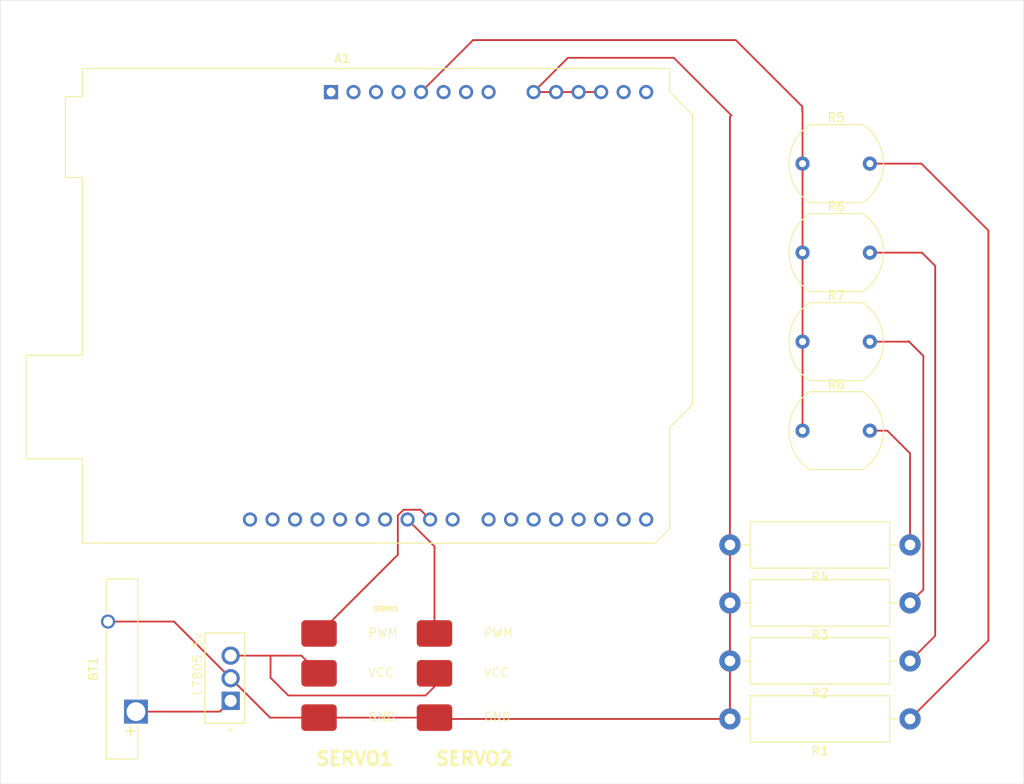
<source format=kicad_pcb>
(kicad_pcb (version 20241229) (generator "pcbnew") (generator_version "9.0")
  (layers (0 "F.Cu" signal) (2 "B.Cu" signal) (13 "F.Paste" user) (15 "B.Paste" user) (5 "F.SilkS" user "F.Silkscreen") (7 "B.SilkS" user "B.Silkscreen") (1 "F.Mask" user) (3 "B.Mask" user) (25 "Edge.Cuts" user))
  (net 0 "")
  (net 1 "GND")
  (net 18 "VCC")
  (net 20 "Net-(A1-D9)")
  (net 28 "Net-(A1-D10)")
  (net 29 "Net-(BT1-+)")
  (net 30 "Net-(M1-+)")
  (net 31 "Net-(R1-Pad1)")
  (net 32 "Net-(R2-Pad1)")
  (net 33 "Net-(R3-Pad1)")
  (net 34 "Net-(R4-Pad1)")
  (footprint "my_library:SERVO" (layer "F.Cu") (at 136 122)
    (property "Reference" "M2" (hide yes))
    (property "Value" "Motor_Servo" (hide yes))
    (fp_text user "PWM" (at 5.5 -6 0) (layer "F.SilkS") (effects (font (thickness 0.1)) (justify left bottom)))
    (fp_text user "GND" (at 5.5 3.5 0) (layer "F.SilkS") (effects (font (thickness 0.1)) (justify left bottom)))
    (fp_text user "VCC" (at 5.5 -1.5 0) (layer "F.SilkS") (effects (font (thickness 0.1)) (justify left bottom)))
    (pad "1" smd roundrect (at 0 -6.5) (size 4 3) (layers "F.Cu" "F.Mask" "F.Paste") (roundrect_rratio 0.15) (net 28 "Net-(A1-D10)"))
    (pad "2" smd roundrect (at 0 -2) (size 4 3) (layers "F.Cu" "F.Mask" "F.Paste") (roundrect_rratio 0.15) (net 30 "Net-(M1-+)"))
    (pad "3" smd roundrect (at 0 3) (size 4 3) (layers "F.Cu" "F.Mask" "F.Paste") (roundrect_rratio 0.15) (net 1 "GND"))
  )
  (footprint "OptoDevice:R_LDR_10x8.5mm_P7.6mm_Vertical" (layer "F.Cu") (at 177.53 92.6)
    (property "Reference" "R8" (at 3.8 -5.2 0) (layer "F.SilkS"))
    (property "Value" "LDR03")
    (fp_line (start 0.8 -4.4) (end 6.8 -4.4) (stroke (width 0.12)) (layer "F.SilkS"))
    (fp_line (start 0.8 4.4) (end 6.8 4.4) (stroke (width 0.12)) (layer "F.SilkS"))
    (fp_arc (start 0.8 4.4) (mid -1.525374 0.019809) (end 0.76735 -4.37756) (stroke (width 0.12)) (layer "F.SilkS"))
    (fp_arc (start 6.8 -4.4) (mid 9.125374 -0.019809) (end 6.83265 4.37756) (stroke (width 0.12)) (layer "F.SilkS"))
    (pad "1" thru_hole circle (at 0 0) (size 1.6 1.6) (drill 0.8) (layers "*.Cu" "*.Mask") (net 18 "VCC"))
    (pad "2" thru_hole circle (at 7.6 0) (size 1.6 1.6) (drill 0.8) (layers "*.Cu" "*.Mask") (net 34 "Net-(R4-Pad1)"))
  )
  (footprint "Resistor_THT:R_Axial_DIN0516_L15.5mm_D5.0mm_P20.32mm_Horizontal" (layer "F.Cu") (at 189.66 118.6 180)
    (property "Reference" "R2" (at 10.16 -3.62 0) (layer "F.SilkS"))
    (property "Value" "10R")
    (fp_line (start 18.88 0) (end 18.03 0) (stroke (width 0.12)) (layer "F.SilkS"))
    (fp_line (start 1.44 0) (end 2.29 0) (stroke (width 0.12)) (layer "F.SilkS"))
    (fp_rect (start 2.29 -2.62) (end 18.03 2.62) (stroke (width 0.12)) (fill no) (layer "F.SilkS"))
    (pad "1" thru_hole circle (at 0 0 180) (size 2.4 2.4) (drill 1.2) (layers "*.Cu" "*.Mask") (net 32 "Net-(R2-Pad1)"))
    (pad "2" thru_hole circle (at 20.32 0 180) (size 2.4 2.4) (drill 1.2) (layers "*.Cu" "*.Mask") (net 1 "GND"))
  )
  (footprint "OptoDevice:R_LDR_10x8.5mm_P7.6mm_Vertical" (layer "F.Cu") (at 177.53 82.55)
    (property "Reference" "R7" (at 3.8 -5.2 0) (layer "F.SilkS"))
    (property "Value" "LDR03")
    (fp_line (start 0.8 -4.4) (end 6.8 -4.4) (stroke (width 0.12)) (layer "F.SilkS"))
    (fp_line (start 0.8 4.4) (end 6.8 4.4) (stroke (width 0.12)) (layer "F.SilkS"))
    (fp_arc (start 0.8 4.4) (mid -1.525374 0.019809) (end 0.76735 -4.37756) (stroke (width 0.12)) (layer "F.SilkS"))
    (fp_arc (start 6.8 -4.4) (mid 9.125374 -0.019809) (end 6.83265 4.37756) (stroke (width 0.12)) (layer "F.SilkS"))
    (pad "1" thru_hole circle (at 0 0) (size 1.6 1.6) (drill 0.8) (layers "*.Cu" "*.Mask") (net 18 "VCC"))
    (pad "2" thru_hole circle (at 7.6 0) (size 1.6 1.6) (drill 0.8) (layers "*.Cu" "*.Mask") (net 33 "Net-(R3-Pad1)"))
  )
  (footprint "my_library:L7805 5v" (layer "F.Cu") (at 112.3375 120.55 90)
    (property "Reference" "U2" (hide yes))
    (property "Value" "L7805" (hide yes))
    (fp_line (start 5.1 -2.25) (end 5.1 2.25) (stroke (width 0.127)) (layer "F.SilkS"))
    (fp_line (start -5.1 -2.25) (end 5.1 -2.25) (stroke (width 0.127)) (layer "F.SilkS"))
    (fp_line (start 5.1 2.25) (end -5.1 2.25) (stroke (width 0.127)) (layer "F.SilkS"))
    (fp_line (start -5.1 2.25) (end -5.1 -2.25) (stroke (width 0.127)) (layer "F.SilkS"))
    (fp_circle (center -5.85 0.6625) (end -5.75 0.6625) (stroke (width 0.2)) (fill no) (layer "F.SilkS"))
    (fp_text user "L7805 5v" (at -2 -2.5 90) (layer "F.SilkS") (effects (font (thickness 0.1)) (justify left bottom)))
    (pad "1" thru_hole rect (at -2.55 0.6625 90) (size 2.055 2.055) (drill 1.37) (layers "*.Cu" "*.Mask") (net 29 "Net-(BT1-+)"))
    (pad "2" thru_hole circle (at 0 0.6625 90) (size 2.055 2.055) (drill 1.37) (layers "*.Cu" "*.Mask") (net 1 "GND"))
    (pad "3" thru_hole circle (at 2.55 0.6625 90) (size 2.055 2.055) (drill 1.37) (layers "*.Cu" "*.Mask") (net 30 "Net-(M1-+)"))
  )
  (footprint "Resistor_THT:R_Axial_DIN0516_L15.5mm_D5.0mm_P20.32mm_Horizontal" (layer "F.Cu") (at 189.66 125.15 180)
    (property "Reference" "R1" (at 10.16 -3.62 0) (layer "F.SilkS"))
    (property "Value" "10R")
    (fp_line (start 18.88 0) (end 18.03 0) (stroke (width 0.12)) (layer "F.SilkS"))
    (fp_line (start 1.44 0) (end 2.29 0) (stroke (width 0.12)) (layer "F.SilkS"))
    (fp_rect (start 2.29 -2.62) (end 18.03 2.62) (stroke (width 0.12)) (fill no) (layer "F.SilkS"))
    (pad "1" thru_hole circle (at 0 0 180) (size 2.4 2.4) (drill 1.2) (layers "*.Cu" "*.Mask") (net 31 "Net-(R1-Pad1)"))
    (pad "2" thru_hole circle (at 20.32 0 180) (size 2.4 2.4) (drill 1.2) (layers "*.Cu" "*.Mask") (net 1 "GND"))
  )
  (footprint "my_library:SERVO" (layer "F.Cu") (at 122.975 122)
    (property "Reference" "M1" (hide yes))
    (property "Value" "Motor_Servo" (hide yes))
    (fp_text user "VCC" (at 5.5 -1.5 0) (layer "F.SilkS") (effects (font (thickness 0.1)) (justify left bottom)))
    (fp_text user "PWM" (at 5.5 -6 0) (layer "F.SilkS") (effects (font (thickness 0.1)) (justify left bottom)))
    (fp_text user "GND" (at 5.5 3.5 0) (layer "F.SilkS") (effects (font (thickness 0.1)) (justify left bottom)))
    (pad "1" smd roundrect (at 0 -6.5) (size 4 3) (layers "F.Cu" "F.Mask" "F.Paste") (roundrect_rratio 0.15) (net 20 "Net-(A1-D9)"))
    (pad "2" smd roundrect (at 0 -2) (size 4 3) (layers "F.Cu" "F.Mask" "F.Paste") (roundrect_rratio 0.15) (net 30 "Net-(M1-+)"))
    (pad "3" smd roundrect (at 0 3) (size 4 3) (layers "F.Cu" "F.Mask" "F.Paste") (roundrect_rratio 0.15) (net 1 "GND"))
  )
  (footprint "Battery:Battery_Panasonic_CR2025-V1AK_Vertical_CircularHoles" (layer "F.Cu") (at 102.315 124.325 90)
    (property "Reference" "BT1" (at 4.825 -4.8 90) (layer "F.SilkS"))
    (property "Value" "7.5v")
    (fp_line (start 14.985 -3.36) (end 14.985 0.21) (stroke (width 0.12)) (layer "F.SilkS"))
    (fp_line (start 11.23 -3.36) (end 14.985 -3.36) (stroke (width 0.12)) (layer "F.SilkS"))
    (fp_line (start -5.335 -3.36) (end 9.11 -3.36) (stroke (width 0.12)) (layer "F.SilkS"))
    (fp_line (start -5.335 -3.36) (end -5.335 0.21) (stroke (width 0.12)) (layer "F.SilkS"))
    (fp_line (start 1.61 0.21) (end 14.985 0.21) (stroke (width 0.12)) (layer "F.SilkS"))
    (fp_line (start -5.335 0.21) (end -1.61 0.21) (stroke (width 0.12)) (layer "F.SilkS"))
    (fp_text user "+" (at -2.2 -0.75 90) (layer "F.SilkS") (effects (font (size 1.5 1.5))))
    (pad "1" thru_hole rect (at 0 0 180) (size 2.7 2.7) (drill 2.12) (layers "*.Cu" "*.Mask") (net 29 "Net-(BT1-+)"))
    (pad "2" thru_hole circle (at 10.17 -3.15 90) (size 1.6 1.6) (drill 1.09) (layers "*.Cu" "*.Mask") (net 1 "GND"))
  )
  (footprint "Resistor_THT:R_Axial_DIN0516_L15.5mm_D5.0mm_P20.32mm_Horizontal" (layer "F.Cu") (at 189.66 112.05 180)
    (property "Reference" "R3" (at 10.16 -3.62 0) (layer "F.SilkS"))
    (property "Value" "10R")
    (fp_line (start 18.88 0) (end 18.03 0) (stroke (width 0.12)) (layer "F.SilkS"))
    (fp_line (start 1.44 0) (end 2.29 0) (stroke (width 0.12)) (layer "F.SilkS"))
    (fp_rect (start 2.29 -2.62) (end 18.03 2.62) (stroke (width 0.12)) (fill no) (layer "F.SilkS"))
    (pad "1" thru_hole circle (at 0 0 180) (size 2.4 2.4) (drill 1.2) (layers "*.Cu" "*.Mask") (net 33 "Net-(R3-Pad1)"))
    (pad "2" thru_hole circle (at 20.32 0 180) (size 2.4 2.4) (drill 1.2) (layers "*.Cu" "*.Mask") (net 1 "GND"))
  )
  (footprint "OptoDevice:R_LDR_10x8.5mm_P7.6mm_Vertical" (layer "F.Cu") (at 177.53 62.45)
    (property "Reference" "R5" (at 3.8 -5.2 0) (layer "F.SilkS"))
    (property "Value" "LDR03")
    (fp_line (start 0.8 -4.4) (end 6.8 -4.4) (stroke (width 0.12)) (layer "F.SilkS"))
    (fp_line (start 0.8 4.4) (end 6.8 4.4) (stroke (width 0.12)) (layer "F.SilkS"))
    (fp_arc (start 0.8 4.4) (mid -1.525374 0.019809) (end 0.76735 -4.37756) (stroke (width 0.12)) (layer "F.SilkS"))
    (fp_arc (start 6.8 -4.4) (mid 9.125374 -0.019809) (end 6.83265 4.37756) (stroke (width 0.12)) (layer "F.SilkS"))
    (pad "1" thru_hole circle (at 0 0) (size 1.6 1.6) (drill 0.8) (layers "*.Cu" "*.Mask") (net 18 "VCC"))
    (pad "2" thru_hole circle (at 7.6 0) (size 1.6 1.6) (drill 0.8) (layers "*.Cu" "*.Mask") (net 31 "Net-(R1-Pad1)"))
  )
  (footprint "Module:Arduino_UNO_R3" (layer "F.Cu") (at 124.325 54.37)
    (property "Reference" "A1" (at 1.27 -3.81 180) (layer "F.SilkS"))
    (property "Value" "Arduino_UNO_R3")
    (fp_line (start -34.42 29.72) (end -34.42 41.4) (stroke (width 0.12)) (layer "F.SilkS"))
    (fp_line (start -34.42 41.4) (end -28.07 41.4) (stroke (width 0.12)) (layer "F.SilkS"))
    (fp_line (start -29.97 0.51) (end -29.97 9.65) (stroke (width 0.12)) (layer "F.SilkS"))
    (fp_line (start -29.97 9.65) (end -28.07 9.65) (stroke (width 0.12)) (layer "F.SilkS"))
    (fp_line (start -28.07 -2.67) (end -28.07 0.51) (stroke (width 0.12)) (layer "F.SilkS"))
    (fp_line (start -28.07 0.51) (end -29.97 0.51) (stroke (width 0.12)) (layer "F.SilkS"))
    (fp_line (start -28.07 9.65) (end -28.07 29.72) (stroke (width 0.12)) (layer "F.SilkS"))
    (fp_line (start -28.07 29.72) (end -34.42 29.72) (stroke (width 0.12)) (layer "F.SilkS"))
    (fp_line (start -28.07 41.4) (end -28.07 50.93) (stroke (width 0.12)) (layer "F.SilkS"))
    (fp_line (start -28.07 50.93) (end 36.58 50.93) (stroke (width 0.12)) (layer "F.SilkS"))
    (fp_line (start 36.58 50.93) (end 38.23 49.28) (stroke (width 0.12)) (layer "F.SilkS"))
    (fp_line (start 38.23 -2.67) (end -28.07 -2.67) (stroke (width 0.12)) (layer "F.SilkS"))
    (fp_line (start 38.23 0) (end 38.23 -2.67) (stroke (width 0.12)) (layer "F.SilkS"))
    (fp_line (start 38.23 37.85) (end 40.77 35.31) (stroke (width 0.12)) (layer "F.SilkS"))
    (fp_line (start 38.23 49.28) (end 38.23 37.85) (stroke (width 0.12)) (layer "F.SilkS"))
    (fp_line (start 40.77 2.54) (end 38.23 0) (stroke (width 0.12)) (layer "F.SilkS"))
    (fp_line (start 40.77 35.31) (end 40.77 2.54) (stroke (width 0.12)) (layer "F.SilkS"))
    (pad "1" thru_hole rect (at 0 0 90) (size 1.6 1.6) (drill 1) (layers "*.Cu" "*.Mask"))
    (pad "2" thru_hole oval (at 2.54 0 90) (size 1.6 1.6) (drill 1) (layers "*.Cu" "*.Mask"))
    (pad "3" thru_hole oval (at 5.08 0 90) (size 1.6 1.6) (drill 1) (layers "*.Cu" "*.Mask"))
    (pad "4" thru_hole oval (at 7.62 0 90) (size 1.6 1.6) (drill 1) (layers "*.Cu" "*.Mask"))
    (pad "5" thru_hole oval (at 10.16 0 90) (size 1.6 1.6) (drill 1) (layers "*.Cu" "*.Mask") (net 18 "VCC"))
    (pad "6" thru_hole oval (at 12.7 0 90) (size 1.6 1.6) (drill 1) (layers "*.Cu" "*.Mask"))
    (pad "7" thru_hole oval (at 15.24 0 90) (size 1.6 1.6) (drill 1) (layers "*.Cu" "*.Mask"))
    (pad "8" thru_hole oval (at 17.78 0 90) (size 1.6 1.6) (drill 1) (layers "*.Cu" "*.Mask"))
    (pad "9" thru_hole oval (at 22.86 0 90) (size 1.6 1.6) (drill 1) (layers "*.Cu" "*.Mask") (net 1 "GND"))
    (pad "10" thru_hole oval (at 25.4 0 90) (size 1.6 1.6) (drill 1) (layers "*.Cu" "*.Mask") (net 1 "GND"))
    (pad "11" thru_hole oval (at 27.94 0 90) (size 1.6 1.6) (drill 1) (layers "*.Cu" "*.Mask") (net 1 "GND"))
    (pad "12" thru_hole oval (at 30.48 0 90) (size 1.6 1.6) (drill 1) (layers "*.Cu" "*.Mask") (net 1 "GND"))
    (pad "13" thru_hole oval (at 33.02 0 90) (size 1.6 1.6) (drill 1) (layers "*.Cu" "*.Mask"))
    (pad "14" thru_hole oval (at 35.56 0 90) (size 1.6 1.6) (drill 1) (layers "*.Cu" "*.Mask"))
    (pad "15" thru_hole oval (at 35.56 48.26 90) (size 1.6 1.6) (drill 1) (layers "*.Cu" "*.Mask"))
    (pad "16" thru_hole oval (at 33.02 48.26 90) (size 1.6 1.6) (drill 1) (layers "*.Cu" "*.Mask"))
    (pad "17" thru_hole oval (at 30.48 48.26 90) (size 1.6 1.6) (drill 1) (layers "*.Cu" "*.Mask"))
    (pad "18" thru_hole oval (at 27.94 48.26 90) (size 1.6 1.6) (drill 1) (layers "*.Cu" "*.Mask"))
    (pad "19" thru_hole oval (at 25.4 48.26 90) (size 1.6 1.6) (drill 1) (layers "*.Cu" "*.Mask"))
    (pad "20" thru_hole oval (at 22.86 48.26 90) (size 1.6 1.6) (drill 1) (layers "*.Cu" "*.Mask"))
    (pad "21" thru_hole oval (at 20.32 48.26 90) (size 1.6 1.6) (drill 1) (layers "*.Cu" "*.Mask"))
    (pad "22" thru_hole oval (at 17.78 48.26 90) (size 1.6 1.6) (drill 1) (layers "*.Cu" "*.Mask"))
    (pad "23" thru_hole oval (at 13.72 48.26 90) (size 1.6 1.6) (drill 1) (layers "*.Cu" "*.Mask"))
    (pad "24" thru_hole oval (at 11.18 48.26 90) (size 1.6 1.6) (drill 1) (layers "*.Cu" "*.Mask") (net 20 "Net-(A1-D9)"))
    (pad "25" thru_hole oval (at 8.64 48.26 90) (size 1.6 1.6) (drill 1) (layers "*.Cu" "*.Mask") (net 28 "Net-(A1-D10)"))
    (pad "26" thru_hole oval (at 6.1 48.26 90) (size 1.6 1.6) (drill 1) (layers "*.Cu" "*.Mask"))
    (pad "27" thru_hole oval (at 3.56 48.26 90) (size 1.6 1.6) (drill 1) (layers "*.Cu" "*.Mask"))
    (pad "28" thru_hole oval (at 1.02 48.26 90) (size 1.6 1.6) (drill 1) (layers "*.Cu" "*.Mask"))
    (pad "29" thru_hole oval (at -1.52 48.26 90) (size 1.6 1.6) (drill 1) (layers "*.Cu" "*.Mask") (net 1 "GND"))
    (pad "30" thru_hole oval (at -4.06 48.26 90) (size 1.6 1.6) (drill 1) (layers "*.Cu" "*.Mask"))
    (pad "31" thru_hole oval (at -6.6 48.26 90) (size 1.6 1.6) (drill 1) (layers "*.Cu" "*.Mask"))
    (pad "32" thru_hole oval (at -9.14 48.26 90) (size 1.6 1.6) (drill 1) (layers "*.Cu" "*.Mask"))
  )
  (footprint "OptoDevice:R_LDR_10x8.5mm_P7.6mm_Vertical" (layer "F.Cu") (at 177.53 72.5)
    (property "Reference" "R6" (at 3.8 -5.2 0) (layer "F.SilkS"))
    (property "Value" "LDR03")
    (fp_line (start 0.8 -4.4) (end 6.8 -4.4) (stroke (width 0.12)) (layer "F.SilkS"))
    (fp_line (start 0.8 4.4) (end 6.8 4.4) (stroke (width 0.12)) (layer "F.SilkS"))
    (fp_arc (start 0.8 4.4) (mid -1.525374 0.019809) (end 0.76735 -4.37756) (stroke (width 0.12)) (layer "F.SilkS"))
    (fp_arc (start 6.8 -4.4) (mid 9.125374 -0.019809) (end 6.83265 4.37756) (stroke (width 0.12)) (layer "F.SilkS"))
    (pad "1" thru_hole circle (at 0 0) (size 1.6 1.6) (drill 0.8) (layers "*.Cu" "*.Mask") (net 18 "VCC"))
    (pad "2" thru_hole circle (at 7.6 0) (size 1.6 1.6) (drill 0.8) (layers "*.Cu" "*.Mask") (net 32 "Net-(R2-Pad1)"))
  )
  (footprint "Resistor_THT:R_Axial_DIN0516_L15.5mm_D5.0mm_P20.32mm_Horizontal" (layer "F.Cu") (at 189.66 105.5 180)
    (property "Reference" "R4" (at 10.16 -3.62 0) (layer "F.SilkS"))
    (property "Value" "10R")
    (fp_line (start 18.88 0) (end 18.03 0) (stroke (width 0.12)) (layer "F.SilkS"))
    (fp_line (start 1.44 0) (end 2.29 0) (stroke (width 0.12)) (layer "F.SilkS"))
    (fp_rect (start 2.29 -2.62) (end 18.03 2.62) (stroke (width 0.12)) (fill no) (layer "F.SilkS"))
    (pad "1" thru_hole circle (at 0 0 180) (size 2.4 2.4) (drill 1.2) (layers "*.Cu" "*.Mask") (net 34 "Net-(R4-Pad1)"))
    (pad "2" thru_hole circle (at 20.32 0 180) (size 2.4 2.4) (drill 1.2) (layers "*.Cu" "*.Mask") (net 1 "GND"))
  )
  (gr_rect (start 87 44) (end 202.5 132.5) (stroke (width 0.05)) (fill no) (layer "Edge.Cuts"))
  (gr_text "SERVO2" (at 136 130.5 0) (layer "F.SilkS") (effects (font (size 1.5 1.5) (thickness 0.3) (bold yes)) (justify left bottom)))
  (gr_text "SERVO1" (at 129 113 0) (layer "F.SilkS") (effects (font (size 0.5 0.5) (thickness 0.125) (bold yes)) (justify left bottom)))
  (gr_text "SERVO1" (at 122.5 130.5 0) (layer "F.SilkS") (effects (font (size 1.5 1.5) (thickness 0.3) (bold yes)) (justify left bottom)))
  (segment (start 106.605 114.155) (end 113 120.55) (width 0.2) (layer "F.Cu") (net 1))
  (segment (start 136 125) (end 122.975 125) (width 0.2) (layer "F.Cu") (net 1))
  (segment (start 163 50.5) (end 169.5 57) (width 0.2) (layer "F.Cu") (net 1))
  (segment (start 117.45 125) (end 113 120.55) (width 0.2) (layer "F.Cu") (net 1))
  (segment (start 147.185 54.37) (end 154.805 54.37) (width 0.2) (layer "F.Cu") (net 1))
  (segment (start 151.055 50.5) (end 163 50.5) (width 0.2) (layer "F.Cu") (net 1))
  (segment (start 169.34 57.16) (end 169.34 125.15) (width 0.2) (layer "F.Cu") (net 1))
  (segment (start 136.15 125.15) (end 136 125) (width 0.2) (layer "F.Cu") (net 1))
  (segment (start 169.5 57) (end 169.34 57.16) (width 0.2) (layer "F.Cu") (net 1))
  (segment (start 122.975 125) (end 117.45 125) (width 0.2) (layer "F.Cu") (net 1))
  (segment (start 99.165 114.155) (end 106.605 114.155) (width 0.2) (layer "F.Cu") (net 1))
  (segment (start 169.34 125.15) (end 136.15 125.15) (width 0.2) (layer "F.Cu") (net 1))
  (segment (start 147.185 54.37) (end 151.055 50.5) (width 0.2) (layer "F.Cu") (net 1))
  (segment (start 177.5 56) (end 177.5 56.5) (width 0.2) (layer "F.Cu") (net 18))
  (segment (start 140.355 48.5) (end 170 48.5) (width 0.2) (layer "F.Cu") (net 18))
  (segment (start 177.5 56.5) (end 177.53 56.53) (width 0.2) (layer "F.Cu") (net 18))
  (segment (start 170 48.5) (end 177.5 56) (width 0.2) (layer "F.Cu") (net 18))
  (segment (start 134.485 54.37) (end 140.355 48.5) (width 0.2) (layer "F.Cu") (net 18))
  (segment (start 177.53 56.53) (end 177.53 92.6) (width 0.2) (layer "F.Cu") (net 18))
  (segment (start 122.975 115.5) (end 131.864 106.611) (width 0.2) (layer "F.Cu") (net 20))
  (segment (start 132.50895 101.529) (end 134.404 101.529) (width 0.2) (layer "F.Cu") (net 20))
  (segment (start 131.864 106.611) (end 131.864 102.17395) (width 0.2) (layer "F.Cu") (net 20))
  (segment (start 134.404 101.529) (end 135.505 102.63) (width 0.2) (layer "F.Cu") (net 20))
  (segment (start 131.864 102.17395) (end 132.50895 101.529) (width 0.2) (layer "F.Cu") (net 20))
  (segment (start 136 115.5) (end 136 105.665) (width 0.2) (layer "F.Cu") (net 28))
  (segment (start 136 105.665) (end 132.965 102.63) (width 0.2) (layer "F.Cu") (net 28))
  (segment (start 111.775 124.325) (end 113 123.1) (width 0.2) (layer "F.Cu") (net 29))
  (segment (start 102.315 124.325) (end 111.775 124.325) (width 0.2) (layer "F.Cu") (net 29))
  (segment (start 136 121.499999) (end 136 120) (width 0.2) (layer "F.Cu") (net 30))
  (segment (start 117.5 118) (end 120.975 118) (width 0.2) (layer "F.Cu") (net 30))
  (segment (start 135 122.5) (end 136 121.499999) (width 0.2) (layer "F.Cu") (net 30))
  (segment (start 120.975 118) (end 122.975 120) (width 0.2) (layer "F.Cu") (net 30))
  (segment (start 117.5 120.5) (end 119.5 122.5) (width 0.2) (layer "F.Cu") (net 30))
  (segment (start 113 118) (end 117.5 118) (width 0.2) (layer "F.Cu") (net 30))
  (segment (start 119.5 122.5) (end 135 122.5) (width 0.2) (layer "F.Cu") (net 30))
  (segment (start 117.5 118) (end 117.5 120.5) (width 0.2) (layer "F.Cu") (net 30))
  (segment (start 198.5 116.31) (end 198.5 70) (width 0.2) (layer "F.Cu") (net 31))
  (segment (start 189.66 125.15) (end 198.5 116.31) (width 0.2) (layer "F.Cu") (net 31))
  (segment (start 198.5 70) (end 190.95 62.45) (width 0.2) (layer "F.Cu") (net 31))
  (segment (start 190.95 62.45) (end 185.13 62.45) (width 0.2) (layer "F.Cu") (net 31))
  (segment (start 192.5 74) (end 191 72.5) (width 0.2) (layer "F.Cu") (net 32))
  (segment (start 192.5 115.76) (end 192.5 74) (width 0.2) (layer "F.Cu") (net 32))
  (segment (start 189.66 118.6) (end 192.5 115.76) (width 0.2) (layer "F.Cu") (net 32))
  (segment (start 191 72.5) (end 185.13 72.5) (width 0.2) (layer "F.Cu") (net 32))
  (segment (start 191.161 110.549) (end 191.161 84.161) (width 0.2) (layer "F.Cu") (net 33))
  (segment (start 189.45 82.55) (end 185.13 82.55) (width 0.2) (layer "F.Cu") (net 33))
  (segment (start 189.5 82.5) (end 189.45 82.55) (width 0.2) (layer "F.Cu") (net 33))
  (segment (start 191.161 84.161) (end 189.5 82.5) (width 0.2) (layer "F.Cu") (net 33))
  (segment (start 189.66 112.05) (end 191.161 110.549) (width 0.2) (layer "F.Cu") (net 33))
  (segment (start 189.66 105.5) (end 189.66 95.16) (width 0.2) (layer "F.Cu") (net 34))
  (segment (start 187.1 92.6) (end 185.13 92.6) (width 0.2) (layer "F.Cu") (net 34))
  (segment (start 189.66 95.16) (end 187.1 92.6) (width 0.2) (layer "F.Cu") (net 34))
)
</source>
